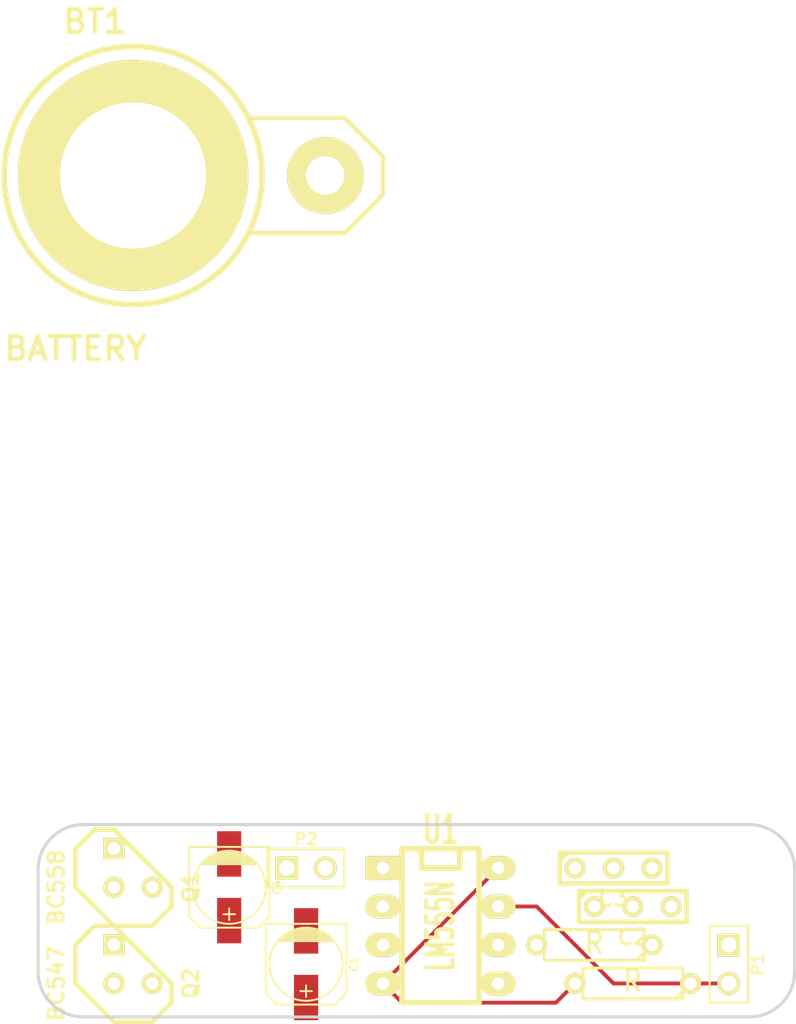
<source format=kicad_pcb>
(kicad_pcb (version 3) (host pcbnew "(2013-jul-07)-stable")

  (general
    (links 23)
    (no_connects 19)
    (area 71.136934 39.4716 125.100001 107.317822)
    (thickness 1.6)
    (drawings 8)
    (tracks 8)
    (zones 0)
    (modules 12)
    (nets 10)
  )

  (page A3)
  (layers
    (15 F.Cu signal)
    (0 B.Cu signal)
    (16 B.Adhes user)
    (17 F.Adhes user)
    (18 B.Paste user)
    (19 F.Paste user)
    (20 B.SilkS user)
    (21 F.SilkS user)
    (22 B.Mask user)
    (23 F.Mask user)
    (24 Dwgs.User user)
    (25 Cmts.User user)
    (26 Eco1.User user)
    (27 Eco2.User user)
    (28 Edge.Cuts user)
  )

  (setup
    (last_trace_width 0.254)
    (trace_clearance 0.254)
    (zone_clearance 0.508)
    (zone_45_only no)
    (trace_min 0.254)
    (segment_width 0.2)
    (edge_width 0.15)
    (via_size 0.889)
    (via_drill 0.635)
    (via_min_size 0.889)
    (via_min_drill 0.508)
    (uvia_size 0.508)
    (uvia_drill 0.127)
    (uvias_allowed no)
    (uvia_min_size 0.508)
    (uvia_min_drill 0.127)
    (pcb_text_width 0.3)
    (pcb_text_size 1 1)
    (mod_edge_width 0.15)
    (mod_text_size 1 1)
    (mod_text_width 0.15)
    (pad_size 1.5 1)
    (pad_drill 0.6)
    (pad_to_mask_clearance 0)
    (aux_axis_origin 0 0)
    (visible_elements 7FFFFFFF)
    (pcbplotparams
      (layerselection 3178497)
      (usegerberextensions true)
      (excludeedgelayer true)
      (linewidth 0.150000)
      (plotframeref false)
      (viasonmask false)
      (mode 1)
      (useauxorigin false)
      (hpglpennumber 1)
      (hpglpenspeed 20)
      (hpglpendiameter 15)
      (hpglpenoverlay 2)
      (psnegative false)
      (psa4output false)
      (plotreference true)
      (plotvalue true)
      (plotothertext true)
      (plotinvisibletext false)
      (padsonsilk false)
      (subtractmaskfromsilk false)
      (outputformat 1)
      (mirror false)
      (drillshape 1)
      (scaleselection 1)
      (outputdirectory ""))
  )

  (net 0 "")
  (net 1 GND)
  (net 2 N-000001)
  (net 3 N-000003)
  (net 4 N-000004)
  (net 5 N-000006)
  (net 6 N-000007)
  (net 7 N-000008)
  (net 8 N-000009)
  (net 9 VCC)

  (net_class Default "This is the default net class."
    (clearance 0.254)
    (trace_width 0.254)
    (via_dia 0.889)
    (via_drill 0.635)
    (uvia_dia 0.508)
    (uvia_drill 0.127)
    (add_net "")
    (add_net GND)
    (add_net N-000001)
    (add_net N-000003)
    (add_net N-000004)
    (add_net N-000006)
    (add_net N-000007)
    (add_net N-000008)
    (add_net N-000009)
    (add_net VCC)
  )

  (module TO92 (layer F.Cu) (tedit 443CFFD1) (tstamp 55358A11)
    (at 81.28 102.87 90)
    (descr "Transistor TO92 brochage type BC237")
    (tags "TR TO92")
    (path /553583A7)
    (fp_text reference Q2 (at -1.27 3.81 90) (layer F.SilkS)
      (effects (font (size 1.016 1.016) (thickness 0.2032)))
    )
    (fp_text value BC547 (at -1.27 -5.08 90) (layer F.SilkS)
      (effects (font (size 1.016 1.016) (thickness 0.2032)))
    )
    (fp_line (start -1.27 2.54) (end 2.54 -1.27) (layer F.SilkS) (width 0.3048))
    (fp_line (start 2.54 -1.27) (end 2.54 -2.54) (layer F.SilkS) (width 0.3048))
    (fp_line (start 2.54 -2.54) (end 1.27 -3.81) (layer F.SilkS) (width 0.3048))
    (fp_line (start 1.27 -3.81) (end -1.27 -3.81) (layer F.SilkS) (width 0.3048))
    (fp_line (start -1.27 -3.81) (end -3.81 -1.27) (layer F.SilkS) (width 0.3048))
    (fp_line (start -3.81 -1.27) (end -3.81 1.27) (layer F.SilkS) (width 0.3048))
    (fp_line (start -3.81 1.27) (end -2.54 2.54) (layer F.SilkS) (width 0.3048))
    (fp_line (start -2.54 2.54) (end -1.27 2.54) (layer F.SilkS) (width 0.3048))
    (pad 1 thru_hole rect (at 1.27 -1.27 90) (size 1.397 1.397) (drill 0.8128)
      (layers *.Cu *.Mask F.SilkS)
      (net 3 N-000003)
    )
    (pad 2 thru_hole circle (at -1.27 -1.27 90) (size 1.397 1.397) (drill 0.8128)
      (layers *.Cu *.Mask F.SilkS)
      (net 8 N-000009)
    )
    (pad 3 thru_hole circle (at -1.27 1.27 90) (size 1.397 1.397) (drill 0.8128)
      (layers *.Cu *.Mask F.SilkS)
    )
    (model discret/to98.wrl
      (at (xyz 0 0 0))
      (scale (xyz 1 1 1))
      (rotate (xyz 0 0 0))
    )
  )

  (module TO92 (layer F.Cu) (tedit 443CFFD1) (tstamp 55358A20)
    (at 81.28 96.52 90)
    (descr "Transistor TO92 brochage type BC237")
    (tags "TR TO92")
    (path /553583B6)
    (fp_text reference Q1 (at -1.27 3.81 90) (layer F.SilkS)
      (effects (font (size 1.016 1.016) (thickness 0.2032)))
    )
    (fp_text value BC558 (at -1.27 -5.08 90) (layer F.SilkS)
      (effects (font (size 1.016 1.016) (thickness 0.2032)))
    )
    (fp_line (start -1.27 2.54) (end 2.54 -1.27) (layer F.SilkS) (width 0.3048))
    (fp_line (start 2.54 -1.27) (end 2.54 -2.54) (layer F.SilkS) (width 0.3048))
    (fp_line (start 2.54 -2.54) (end 1.27 -3.81) (layer F.SilkS) (width 0.3048))
    (fp_line (start 1.27 -3.81) (end -1.27 -3.81) (layer F.SilkS) (width 0.3048))
    (fp_line (start -1.27 -3.81) (end -3.81 -1.27) (layer F.SilkS) (width 0.3048))
    (fp_line (start -3.81 -1.27) (end -3.81 1.27) (layer F.SilkS) (width 0.3048))
    (fp_line (start -3.81 1.27) (end -2.54 2.54) (layer F.SilkS) (width 0.3048))
    (fp_line (start -2.54 2.54) (end -1.27 2.54) (layer F.SilkS) (width 0.3048))
    (pad 1 thru_hole rect (at 1.27 -1.27 90) (size 1.397 1.397) (drill 0.8128)
      (layers *.Cu *.Mask F.SilkS)
    )
    (pad 2 thru_hole circle (at -1.27 -1.27 90) (size 1.397 1.397) (drill 0.8128)
      (layers *.Cu *.Mask F.SilkS)
      (net 8 N-000009)
    )
    (pad 3 thru_hole circle (at -1.27 1.27 90) (size 1.397 1.397) (drill 0.8128)
      (layers *.Cu *.Mask F.SilkS)
      (net 3 N-000003)
    )
    (model discret/to98.wrl
      (at (xyz 0 0 0))
      (scale (xyz 1 1 1))
      (rotate (xyz 0 0 0))
    )
  )

  (module R3 (layer F.Cu) (tedit 55358B77) (tstamp 55358A2E)
    (at 111.76 101.6 180)
    (descr "Resitance 3 pas")
    (tags R)
    (path /55358209)
    (autoplace_cost180 10)
    (fp_text reference R1 (at 0 0.127 180) (layer F.SilkS) hide
      (effects (font (size 1.397 1.27) (thickness 0.2032)))
    )
    (fp_text value R (at 0 0.127 180) (layer F.SilkS)
      (effects (font (size 1.397 1.27) (thickness 0.2032)))
    )
    (fp_line (start -3.81 0) (end -3.302 0) (layer F.SilkS) (width 0.2032))
    (fp_line (start 3.81 0) (end 3.302 0) (layer F.SilkS) (width 0.2032))
    (fp_line (start 3.302 0) (end 3.302 -1.016) (layer F.SilkS) (width 0.2032))
    (fp_line (start 3.302 -1.016) (end -3.302 -1.016) (layer F.SilkS) (width 0.2032))
    (fp_line (start -3.302 -1.016) (end -3.302 1.016) (layer F.SilkS) (width 0.2032))
    (fp_line (start -3.302 1.016) (end 3.302 1.016) (layer F.SilkS) (width 0.2032))
    (fp_line (start 3.302 1.016) (end 3.302 0) (layer F.SilkS) (width 0.2032))
    (fp_line (start -3.302 -0.508) (end -2.794 -1.016) (layer F.SilkS) (width 0.2032))
    (pad 1 thru_hole circle (at -3.81 0 180) (size 1.397 1.397) (drill 0.8128)
      (layers *.Cu *.Mask F.SilkS)
      (net 2 N-000001)
    )
    (pad 2 thru_hole circle (at 3.81 0 180) (size 1.397 1.397) (drill 0.8128)
      (layers *.Cu *.Mask F.SilkS)
      (net 5 N-000006)
    )
    (model discret/resistor.wrl
      (at (xyz 0 0 0))
      (scale (xyz 0.3 0.3 0.3))
      (rotate (xyz 0 0 0))
    )
  )

  (module R3 (layer F.Cu) (tedit 4E4C0E65) (tstamp 55358A3C)
    (at 114.3 104.14 180)
    (descr "Resitance 3 pas")
    (tags R)
    (path /5535828D)
    (autoplace_cost180 10)
    (fp_text reference R2 (at 0 0.127 180) (layer F.SilkS) hide
      (effects (font (size 1.397 1.27) (thickness 0.2032)))
    )
    (fp_text value R (at 0 0.127 180) (layer F.SilkS)
      (effects (font (size 1.397 1.27) (thickness 0.2032)))
    )
    (fp_line (start -3.81 0) (end -3.302 0) (layer F.SilkS) (width 0.2032))
    (fp_line (start 3.81 0) (end 3.302 0) (layer F.SilkS) (width 0.2032))
    (fp_line (start 3.302 0) (end 3.302 -1.016) (layer F.SilkS) (width 0.2032))
    (fp_line (start 3.302 -1.016) (end -3.302 -1.016) (layer F.SilkS) (width 0.2032))
    (fp_line (start -3.302 -1.016) (end -3.302 1.016) (layer F.SilkS) (width 0.2032))
    (fp_line (start -3.302 1.016) (end 3.302 1.016) (layer F.SilkS) (width 0.2032))
    (fp_line (start 3.302 1.016) (end 3.302 0) (layer F.SilkS) (width 0.2032))
    (fp_line (start -3.302 -0.508) (end -2.794 -1.016) (layer F.SilkS) (width 0.2032))
    (pad 1 thru_hole circle (at -3.81 0 180) (size 1.397 1.397) (drill 0.8128)
      (layers *.Cu *.Mask F.SilkS)
      (net 6 N-000007)
    )
    (pad 2 thru_hole circle (at 3.81 0 180) (size 1.397 1.397) (drill 0.8128)
      (layers *.Cu *.Mask F.SilkS)
      (net 9 VCC)
    )
    (model discret/resistor.wrl
      (at (xyz 0 0 0))
      (scale (xyz 0.3 0.3 0.3))
      (rotate (xyz 0 0 0))
    )
  )

  (module PIN_ARRAY_2X1 (layer F.Cu) (tedit 4565C520) (tstamp 55358A46)
    (at 120.65 102.87 270)
    (descr "Connecteurs 2 pins")
    (tags "CONN DEV")
    (path /5535819F)
    (fp_text reference P1 (at 0 -1.905 270) (layer F.SilkS)
      (effects (font (size 0.762 0.762) (thickness 0.1524)))
    )
    (fp_text value CONN_2 (at 0 -1.905 270) (layer F.SilkS) hide
      (effects (font (size 0.762 0.762) (thickness 0.1524)))
    )
    (fp_line (start -2.54 1.27) (end -2.54 -1.27) (layer F.SilkS) (width 0.1524))
    (fp_line (start -2.54 -1.27) (end 2.54 -1.27) (layer F.SilkS) (width 0.1524))
    (fp_line (start 2.54 -1.27) (end 2.54 1.27) (layer F.SilkS) (width 0.1524))
    (fp_line (start 2.54 1.27) (end -2.54 1.27) (layer F.SilkS) (width 0.1524))
    (pad 1 thru_hole rect (at -1.27 0 270) (size 1.524 1.524) (drill 1.016)
      (layers *.Cu *.Mask F.SilkS)
      (net 2 N-000001)
    )
    (pad 2 thru_hole circle (at 1.27 0 270) (size 1.524 1.524) (drill 1.016)
      (layers *.Cu *.Mask F.SilkS)
      (net 6 N-000007)
    )
    (model pin_array/pins_array_2x1.wrl
      (at (xyz 0 0 0))
      (scale (xyz 1 1 1))
      (rotate (xyz 0 0 0))
    )
  )

  (module PIN_ARRAY_2X1 (layer F.Cu) (tedit 4565C520) (tstamp 55358A50)
    (at 92.71 96.52)
    (descr "Connecteurs 2 pins")
    (tags "CONN DEV")
    (path /55358531)
    (fp_text reference P2 (at 0 -1.905) (layer F.SilkS)
      (effects (font (size 0.762 0.762) (thickness 0.1524)))
    )
    (fp_text value SPK (at 0 -1.905) (layer F.SilkS) hide
      (effects (font (size 0.762 0.762) (thickness 0.1524)))
    )
    (fp_line (start -2.54 1.27) (end -2.54 -1.27) (layer F.SilkS) (width 0.1524))
    (fp_line (start -2.54 -1.27) (end 2.54 -1.27) (layer F.SilkS) (width 0.1524))
    (fp_line (start 2.54 -1.27) (end 2.54 1.27) (layer F.SilkS) (width 0.1524))
    (fp_line (start 2.54 1.27) (end -2.54 1.27) (layer F.SilkS) (width 0.1524))
    (pad 1 thru_hole rect (at -1.27 0) (size 1.524 1.524) (drill 1.016)
      (layers *.Cu *.Mask F.SilkS)
      (net 4 N-000004)
    )
    (pad 2 thru_hole circle (at 1.27 0) (size 1.524 1.524) (drill 1.016)
      (layers *.Cu *.Mask F.SilkS)
      (net 1 GND)
    )
    (model pin_array/pins_array_2x1.wrl
      (at (xyz 0 0 0))
      (scale (xyz 1 1 1))
      (rotate (xyz 0 0 0))
    )
  )

  (module DIP-8__300_ELL (layer F.Cu) (tedit 200000) (tstamp 55358A63)
    (at 101.6 100.33 270)
    (descr "8 pins DIL package, elliptical pads")
    (tags DIL)
    (path /55357FC1)
    (fp_text reference U1 (at -6.35 0 360) (layer F.SilkS)
      (effects (font (size 1.778 1.143) (thickness 0.3048)))
    )
    (fp_text value LM555N (at 0 0 270) (layer F.SilkS)
      (effects (font (size 1.778 1.016) (thickness 0.3048)))
    )
    (fp_line (start -5.08 -1.27) (end -3.81 -1.27) (layer F.SilkS) (width 0.381))
    (fp_line (start -3.81 -1.27) (end -3.81 1.27) (layer F.SilkS) (width 0.381))
    (fp_line (start -3.81 1.27) (end -5.08 1.27) (layer F.SilkS) (width 0.381))
    (fp_line (start -5.08 -2.54) (end 5.08 -2.54) (layer F.SilkS) (width 0.381))
    (fp_line (start 5.08 -2.54) (end 5.08 2.54) (layer F.SilkS) (width 0.381))
    (fp_line (start 5.08 2.54) (end -5.08 2.54) (layer F.SilkS) (width 0.381))
    (fp_line (start -5.08 2.54) (end -5.08 -2.54) (layer F.SilkS) (width 0.381))
    (pad 1 thru_hole rect (at -3.81 3.81 270) (size 1.5748 2.286) (drill 0.8128)
      (layers *.Cu *.Mask F.SilkS)
      (net 1 GND)
    )
    (pad 2 thru_hole oval (at -1.27 3.81 270) (size 1.5748 2.286) (drill 0.8128)
      (layers *.Cu *.Mask F.SilkS)
      (net 5 N-000006)
    )
    (pad 3 thru_hole oval (at 1.27 3.81 270) (size 1.5748 2.286) (drill 0.8128)
      (layers *.Cu *.Mask F.SilkS)
      (net 8 N-000009)
    )
    (pad 4 thru_hole oval (at 3.81 3.81 270) (size 1.5748 2.286) (drill 0.8128)
      (layers *.Cu *.Mask F.SilkS)
      (net 9 VCC)
    )
    (pad 5 thru_hole oval (at 3.81 -3.81 270) (size 1.5748 2.286) (drill 0.8128)
      (layers *.Cu *.Mask F.SilkS)
      (net 7 N-000008)
    )
    (pad 6 thru_hole oval (at 1.27 -3.81 270) (size 1.5748 2.286) (drill 0.8128)
      (layers *.Cu *.Mask F.SilkS)
      (net 5 N-000006)
    )
    (pad 7 thru_hole oval (at -1.27 -3.81 270) (size 1.5748 2.286) (drill 0.8128)
      (layers *.Cu *.Mask F.SilkS)
      (net 6 N-000007)
    )
    (pad 8 thru_hole oval (at -3.81 -3.81 270) (size 1.5748 2.286) (drill 0.8128)
      (layers *.Cu *.Mask F.SilkS)
      (net 9 VCC)
    )
    (model dil/dil_8.wrl
      (at (xyz 0 0 0))
      (scale (xyz 1 1 1))
      (rotate (xyz 0 0 0))
    )
  )

  (module c_elec_5x5.8 (layer F.Cu) (tedit 49F5AF88) (tstamp 55358A79)
    (at 87.63 97.79 270)
    (descr "SMT capacitor, aluminium electrolytic, 5x5.8")
    (path /55358485)
    (fp_text reference C4 (at 0 -3.175 270) (layer F.SilkS)
      (effects (font (size 0.50038 0.50038) (thickness 0.11938)))
    )
    (fp_text value CP (at 0 3.175 270) (layer F.SilkS) hide
      (effects (font (size 0.50038 0.50038) (thickness 0.11938)))
    )
    (fp_line (start -2.286 -0.635) (end -2.286 0.762) (layer F.SilkS) (width 0.127))
    (fp_line (start -2.159 -0.889) (end -2.159 0.889) (layer F.SilkS) (width 0.127))
    (fp_line (start -2.032 -1.27) (end -2.032 1.27) (layer F.SilkS) (width 0.127))
    (fp_line (start -1.905 1.397) (end -1.905 -1.397) (layer F.SilkS) (width 0.127))
    (fp_line (start -1.778 -1.524) (end -1.778 1.524) (layer F.SilkS) (width 0.127))
    (fp_line (start -1.651 1.651) (end -1.651 -1.651) (layer F.SilkS) (width 0.127))
    (fp_line (start -1.524 -1.778) (end -1.524 1.778) (layer F.SilkS) (width 0.127))
    (fp_circle (center 0 0) (end -2.413 0) (layer F.SilkS) (width 0.127))
    (fp_line (start -2.667 -2.667) (end 1.905 -2.667) (layer F.SilkS) (width 0.127))
    (fp_line (start 1.905 -2.667) (end 2.667 -1.905) (layer F.SilkS) (width 0.127))
    (fp_line (start 2.667 -1.905) (end 2.667 1.905) (layer F.SilkS) (width 0.127))
    (fp_line (start 2.667 1.905) (end 1.905 2.667) (layer F.SilkS) (width 0.127))
    (fp_line (start 1.905 2.667) (end -2.667 2.667) (layer F.SilkS) (width 0.127))
    (fp_line (start -2.667 2.667) (end -2.667 -2.667) (layer F.SilkS) (width 0.127))
    (fp_line (start 2.159 0) (end 1.397 0) (layer F.SilkS) (width 0.127))
    (fp_line (start 1.778 -0.381) (end 1.778 0.381) (layer F.SilkS) (width 0.127))
    (pad 1 smd rect (at 2.19964 0 270) (size 2.99974 1.6002)
      (layers F.Cu F.Paste F.Mask)
      (net 3 N-000003)
    )
    (pad 2 smd rect (at -2.19964 0 270) (size 2.99974 1.6002)
      (layers F.Cu F.Paste F.Mask)
      (net 4 N-000004)
    )
    (model smd/capacitors/c_elec_5x5_8.wrl
      (at (xyz 0 0 0))
      (scale (xyz 1 1 1))
      (rotate (xyz 0 0 0))
    )
  )

  (module c_elec_5x5.8 (layer F.Cu) (tedit 49F5AF88) (tstamp 55358A8F)
    (at 92.71 102.87 270)
    (descr "SMT capacitor, aluminium electrolytic, 5x5.8")
    (path /5535860E)
    (fp_text reference C1 (at 0 -3.175 270) (layer F.SilkS)
      (effects (font (size 0.50038 0.50038) (thickness 0.11938)))
    )
    (fp_text value CP (at 0 3.175 270) (layer F.SilkS) hide
      (effects (font (size 0.50038 0.50038) (thickness 0.11938)))
    )
    (fp_line (start -2.286 -0.635) (end -2.286 0.762) (layer F.SilkS) (width 0.127))
    (fp_line (start -2.159 -0.889) (end -2.159 0.889) (layer F.SilkS) (width 0.127))
    (fp_line (start -2.032 -1.27) (end -2.032 1.27) (layer F.SilkS) (width 0.127))
    (fp_line (start -1.905 1.397) (end -1.905 -1.397) (layer F.SilkS) (width 0.127))
    (fp_line (start -1.778 -1.524) (end -1.778 1.524) (layer F.SilkS) (width 0.127))
    (fp_line (start -1.651 1.651) (end -1.651 -1.651) (layer F.SilkS) (width 0.127))
    (fp_line (start -1.524 -1.778) (end -1.524 1.778) (layer F.SilkS) (width 0.127))
    (fp_circle (center 0 0) (end -2.413 0) (layer F.SilkS) (width 0.127))
    (fp_line (start -2.667 -2.667) (end 1.905 -2.667) (layer F.SilkS) (width 0.127))
    (fp_line (start 1.905 -2.667) (end 2.667 -1.905) (layer F.SilkS) (width 0.127))
    (fp_line (start 2.667 -1.905) (end 2.667 1.905) (layer F.SilkS) (width 0.127))
    (fp_line (start 2.667 1.905) (end 1.905 2.667) (layer F.SilkS) (width 0.127))
    (fp_line (start 1.905 2.667) (end -2.667 2.667) (layer F.SilkS) (width 0.127))
    (fp_line (start -2.667 2.667) (end -2.667 -2.667) (layer F.SilkS) (width 0.127))
    (fp_line (start 2.159 0) (end 1.397 0) (layer F.SilkS) (width 0.127))
    (fp_line (start 1.778 -0.381) (end 1.778 0.381) (layer F.SilkS) (width 0.127))
    (pad 1 smd rect (at 2.19964 0 270) (size 2.99974 1.6002)
      (layers F.Cu F.Paste F.Mask)
      (net 9 VCC)
    )
    (pad 2 smd rect (at -2.19964 0 270) (size 2.99974 1.6002)
      (layers F.Cu F.Paste F.Mask)
      (net 1 GND)
    )
    (model smd/capacitors/c_elec_5x5_8.wrl
      (at (xyz 0 0 0))
      (scale (xyz 1 1 1))
      (rotate (xyz 0 0 0))
    )
  )

  (module C1-1 (layer F.Cu) (tedit 200000) (tstamp 55358A9B)
    (at 114.3 99.06)
    (descr "Condensateur e = 1 ou 2 pas")
    (tags C)
    (path /55358310)
    (fp_text reference C2 (at 0 2.032) (layer F.SilkS)
      (effects (font (size 1.016 1.016) (thickness 0.2032)))
    )
    (fp_text value C (at 0 2.032) (layer F.SilkS) hide
      (effects (font (size 1.016 1.016) (thickness 0.2032)))
    )
    (fp_line (start -3.556 -1.016) (end 3.556 -1.016) (layer F.SilkS) (width 0.3048))
    (fp_line (start 3.556 -1.016) (end 3.556 1.016) (layer F.SilkS) (width 0.3048))
    (fp_line (start 3.556 1.016) (end -3.556 1.016) (layer F.SilkS) (width 0.3048))
    (fp_line (start -3.556 1.016) (end -3.556 -1.016) (layer F.SilkS) (width 0.3048))
    (fp_line (start -3.556 -0.508) (end -3.048 -1.016) (layer F.SilkS) (width 0.3048))
    (pad 1 thru_hole circle (at -2.54 0) (size 1.397 1.397) (drill 0.8128)
      (layers *.Cu *.Mask F.SilkS)
      (net 7 N-000008)
    )
    (pad 2 thru_hole circle (at 2.54 0) (size 1.397 1.397) (drill 0.8128)
      (layers *.Cu *.Mask F.SilkS)
      (net 1 GND)
    )
    (pad 2 thru_hole circle (at 0 0) (size 1.397 1.397) (drill 0.8128)
      (layers *.Cu *.Mask F.SilkS)
      (net 1 GND)
    )
    (model discret/capa_2pas_5x5mm.wrl
      (at (xyz 0 0 0))
      (scale (xyz 1 1 1))
      (rotate (xyz 0 0 0))
    )
  )

  (module C1-1 (layer F.Cu) (tedit 200000) (tstamp 55358AA7)
    (at 113.03 96.52)
    (descr "Condensateur e = 1 ou 2 pas")
    (tags C)
    (path /553584D8)
    (fp_text reference C3 (at 0 2.032) (layer F.SilkS)
      (effects (font (size 1.016 1.016) (thickness 0.2032)))
    )
    (fp_text value C (at 0 2.032) (layer F.SilkS) hide
      (effects (font (size 1.016 1.016) (thickness 0.2032)))
    )
    (fp_line (start -3.556 -1.016) (end 3.556 -1.016) (layer F.SilkS) (width 0.3048))
    (fp_line (start 3.556 -1.016) (end 3.556 1.016) (layer F.SilkS) (width 0.3048))
    (fp_line (start 3.556 1.016) (end -3.556 1.016) (layer F.SilkS) (width 0.3048))
    (fp_line (start -3.556 1.016) (end -3.556 -1.016) (layer F.SilkS) (width 0.3048))
    (fp_line (start -3.556 -0.508) (end -3.048 -1.016) (layer F.SilkS) (width 0.3048))
    (pad 1 thru_hole circle (at -2.54 0) (size 1.397 1.397) (drill 0.8128)
      (layers *.Cu *.Mask F.SilkS)
      (net 5 N-000006)
    )
    (pad 2 thru_hole circle (at 2.54 0) (size 1.397 1.397) (drill 0.8128)
      (layers *.Cu *.Mask F.SilkS)
      (net 1 GND)
    )
    (pad 2 thru_hole circle (at 0 0) (size 1.397 1.397) (drill 0.8128)
      (layers *.Cu *.Mask F.SilkS)
      (net 1 GND)
    )
    (model discret/capa_2pas_5x5mm.wrl
      (at (xyz 0 0 0))
      (scale (xyz 1 1 1))
      (rotate (xyz 0 0 0))
    )
  )

  (module bnc (layer F.Cu) (tedit 200000) (tstamp 55358AB3)
    (at 81.28 50.8)
    (path /5535868B)
    (fp_text reference BT1 (at -2.54 -10.16) (layer F.SilkS)
      (effects (font (size 1.524 1.524) (thickness 0.3048)))
    )
    (fp_text value BATTERY (at -3.81 11.43) (layer F.SilkS)
      (effects (font (size 1.524 1.524) (thickness 0.3048)))
    )
    (fp_line (start 7.62 3.81) (end 13.97 3.81) (layer F.SilkS) (width 0.3048))
    (fp_line (start 13.97 3.81) (end 16.51 1.27) (layer F.SilkS) (width 0.3048))
    (fp_line (start 16.51 1.27) (end 16.51 -1.27) (layer F.SilkS) (width 0.3048))
    (fp_line (start 16.51 -1.27) (end 13.97 -3.81) (layer F.SilkS) (width 0.3048))
    (fp_line (start 13.97 -3.81) (end 7.62 -3.81) (layer F.SilkS) (width 0.3048))
    (fp_circle (center 0 0) (end 7.62 3.81) (layer F.SilkS) (width 0.381))
    (pad 2 thru_hole circle (at 0 0) (size 15.24 15.24) (drill 9.652)
      (layers *.Cu *.Mask F.SilkS)
      (net 1 GND)
    )
    (pad 1 thru_hole circle (at 12.7 0) (size 5.08 5.08) (drill 2.54)
      (layers *.Cu *.Mask F.SilkS)
      (net 9 VCC)
    )
    (model device/bnc.wrl
      (at (xyz 0 0 0))
      (scale (xyz 2 2 2))
      (rotate (xyz 0 0 0))
    )
  )

  (gr_line (start 78 93.65) (end 122 93.65) (angle 90) (layer Edge.Cuts) (width 0.2))
  (gr_line (start 125 96.65) (end 125 103.35) (angle 90) (layer Edge.Cuts) (width 0.2))
  (gr_line (start 122 106.35) (end 78 106.35) (angle 90) (layer Edge.Cuts) (width 0.2))
  (gr_line (start 75 103.35) (end 75 96.65) (angle 90) (layer Edge.Cuts) (width 0.2))
  (gr_arc (start 122 96.65) (end 122 93.65) (angle 90) (layer Edge.Cuts) (width 0.2))
  (gr_arc (start 122 103.35) (end 125 103.35) (angle 90) (layer Edge.Cuts) (width 0.2))
  (gr_arc (start 78 103.35) (end 78 106.35) (angle 90) (layer Edge.Cuts) (width 0.2))
  (gr_arc (start 78 96.65) (end 75 96.65) (angle 90) (layer Edge.Cuts) (width 0.2))

  (segment (start 120.65 104.14) (end 118.11 104.14) (width 0.254) (layer F.Cu) (net 6))
  (segment (start 118.11 104.14) (end 113.03 104.14) (width 0.254) (layer F.Cu) (net 6) (tstamp 55358E88))
  (segment (start 113.03 104.14) (end 107.95 99.06) (width 0.254) (layer F.Cu) (net 6) (tstamp 55358E89))
  (segment (start 107.95 99.06) (end 105.41 99.06) (width 0.254) (layer F.Cu) (net 6) (tstamp 55358E8E))
  (segment (start 110.49 104.14) (end 109.22 105.41) (width 0.254) (layer F.Cu) (net 9))
  (segment (start 99.06 105.41) (end 97.79 104.14) (width 0.254) (layer F.Cu) (net 9) (tstamp 55358E9D))
  (segment (start 109.22 105.41) (end 99.06 105.41) (width 0.254) (layer F.Cu) (net 9) (tstamp 55358E98))
  (segment (start 97.79 104.14) (end 105.41 96.52) (width 0.254) (layer F.Cu) (net 9) (tstamp 55358E9F))

)

</source>
